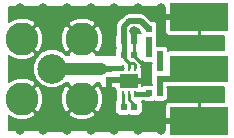
<source format=gtl>
G04 #@! TF.FileFunction,Copper,L1,Top,Signal*
%FSLAX46Y46*%
G04 Gerber Fmt 4.6, Leading zero omitted, Abs format (unit mm)*
G04 Created by KiCad (PCBNEW 4.1.0-alpha+201605071002+6776~44~ubuntu14.04.1-product) date Sun 29 May 2016 22:00:10 BST*
%MOMM*%
%LPD*%
G01*
G04 APERTURE LIST*
%ADD10C,0.100000*%
%ADD11R,0.620000X0.620000*%
%ADD12R,0.280000X0.500000*%
%ADD13R,0.500000X0.500000*%
%ADD14R,1.500000X1.280000*%
%ADD15C,2.500000*%
%ADD16C,2.800000*%
%ADD17R,5.000000X2.300000*%
%ADD18R,5.000000X2.400000*%
%ADD19C,0.800000*%
%ADD20C,0.500000*%
%ADD21C,0.250000*%
%ADD22C,0.400000*%
%ADD23C,0.450000*%
%ADD24C,1.000000*%
%ADD25C,0.200000*%
G04 APERTURE END LIST*
D10*
D11*
X136050000Y-97650000D03*
X136950000Y-97650000D03*
X136050000Y-98850000D03*
X136950000Y-98850000D03*
X138200000Y-102050000D03*
X139100000Y-102050000D03*
D12*
X137040000Y-99960000D03*
X136500000Y-99960000D03*
X135960000Y-99960000D03*
X135960000Y-102140000D03*
X136500000Y-102140000D03*
X137040000Y-102140000D03*
D13*
X136850000Y-100700000D03*
X136150000Y-100700000D03*
X136850000Y-101400000D03*
X136150000Y-101400000D03*
D14*
X136500000Y-101050000D03*
D11*
X134800000Y-100050000D03*
X134800000Y-100950000D03*
X136050000Y-103250000D03*
X136950000Y-103250000D03*
X138200000Y-96650000D03*
X138200000Y-97550000D03*
X138200000Y-98750000D03*
X139100000Y-98750000D03*
X139100000Y-99950000D03*
X139100000Y-100850000D03*
D15*
X130000000Y-100000000D03*
D16*
X132540000Y-102540000D03*
X132540000Y-97460000D03*
X127460000Y-102540000D03*
X127460000Y-97460000D03*
D17*
X142450000Y-100000000D03*
D18*
X142450000Y-95625000D03*
X142450000Y-104375000D03*
D19*
X127250000Y-94850000D03*
X129250000Y-94850000D03*
X131250000Y-94850000D03*
X133250000Y-94850000D03*
X135250000Y-94850000D03*
X137250000Y-94850000D03*
X127250000Y-105150000D03*
X129250000Y-105150000D03*
X131250000Y-105150000D03*
X133250000Y-105150000D03*
X135250000Y-105150000D03*
X137250000Y-105150000D03*
X137900000Y-99863590D03*
X136950000Y-96800000D03*
X137900000Y-101050000D03*
X134800000Y-101950000D03*
X139250000Y-105150000D03*
X139250000Y-103550000D03*
X139250000Y-104350000D03*
X139250000Y-96450000D03*
X139250000Y-94850000D03*
X139250000Y-95650000D03*
D20*
X138200000Y-96650000D02*
X137499999Y-95949999D01*
X137499999Y-95949999D02*
X136541999Y-95949999D01*
X136541999Y-95949999D02*
X136050000Y-96441998D01*
X136050000Y-96441998D02*
X136050000Y-96840000D01*
X136050000Y-96840000D02*
X136050000Y-97650000D01*
D21*
X137040000Y-99960000D02*
X137040000Y-99640000D01*
X137040000Y-99640000D02*
X136924998Y-99524998D01*
X136924998Y-99524998D02*
X136500000Y-99524998D01*
X136500000Y-99960000D02*
X136500000Y-99524998D01*
X136500000Y-99524998D02*
X136050000Y-99074998D01*
X136050000Y-99074998D02*
X136050000Y-98850000D01*
D22*
X136050000Y-97650000D02*
X136050000Y-98850000D01*
D21*
X131250000Y-94850000D02*
X129250000Y-94850000D01*
X135250000Y-94850000D02*
X133250000Y-94850000D01*
X139250000Y-94850000D02*
X137250000Y-94850000D01*
X139250000Y-94850000D02*
X139250000Y-95650000D01*
X131250000Y-105150000D02*
X129250000Y-105150000D01*
X135250000Y-105150000D02*
X133250000Y-105150000D01*
X139250000Y-105150000D02*
X137250000Y-105150000D01*
X137900000Y-101050000D02*
X137900000Y-99863590D01*
X136950000Y-98850000D02*
X136950000Y-98913590D01*
X136950000Y-98913590D02*
X137900000Y-99863590D01*
D20*
X136950000Y-97650000D02*
X136950000Y-96800000D01*
X136500000Y-101050000D02*
X137900000Y-101050000D01*
X134800000Y-100950000D02*
X136400000Y-100950000D01*
X136400000Y-100950000D02*
X136500000Y-101050000D01*
X134800000Y-100950000D02*
X134800000Y-101950000D01*
X139250000Y-104350000D02*
X139250000Y-103550000D01*
X142450000Y-104375000D02*
X139275000Y-104375000D01*
X139275000Y-104375000D02*
X139250000Y-104350000D01*
X142450000Y-95625000D02*
X139275000Y-95625000D01*
X139275000Y-95625000D02*
X139250000Y-95600000D01*
D21*
X137040000Y-102140000D02*
X137140000Y-102140000D01*
D22*
X137140000Y-102140000D02*
X138110000Y-102140000D01*
X138110000Y-102140000D02*
X138200000Y-102050000D01*
D20*
X139100000Y-100850000D02*
X139100000Y-102050000D01*
X139100000Y-100850000D02*
X141600000Y-100850000D01*
X141600000Y-100850000D02*
X142450000Y-100000000D01*
D21*
X134150000Y-100000000D02*
X134200000Y-100050000D01*
X134200000Y-100050000D02*
X134800000Y-100050000D01*
D23*
X135810000Y-99960000D02*
X134790000Y-99960000D01*
D21*
X135960000Y-99960000D02*
X135810000Y-99960000D01*
D24*
X130000000Y-100000000D02*
X134150000Y-100000000D01*
D22*
X134890000Y-99960000D02*
X134800000Y-100050000D01*
D20*
X134750000Y-100000000D02*
X134800000Y-100050000D01*
D21*
X135960000Y-102140000D02*
X135960000Y-103160000D01*
X135960000Y-103160000D02*
X136050000Y-103250000D01*
X136950000Y-103250000D02*
X136950000Y-103025002D01*
X136950000Y-103025002D02*
X136500000Y-102575002D01*
X136500000Y-102575002D02*
X136500000Y-102140000D01*
D20*
X138200000Y-97550000D02*
X138200000Y-98750000D01*
X139100000Y-98750000D02*
X139100000Y-99950000D01*
D25*
G36*
X139550000Y-95475000D02*
X139650000Y-95575000D01*
X142400000Y-95575000D01*
X142400000Y-95555000D01*
X142500000Y-95555000D01*
X142500000Y-95575000D01*
X142520000Y-95575000D01*
X142520000Y-95675000D01*
X142500000Y-95675000D01*
X142500000Y-97125000D01*
X142600000Y-97225000D01*
X144545000Y-97225000D01*
X144545000Y-98442164D01*
X139950000Y-98442164D01*
X139817836Y-98468453D01*
X139817836Y-98440000D01*
X139786791Y-98283928D01*
X139698384Y-98151616D01*
X139566072Y-98063209D01*
X139410000Y-98032164D01*
X138876039Y-98032164D01*
X138886791Y-98016072D01*
X138917836Y-97860000D01*
X138917836Y-97240000D01*
X138889988Y-97100000D01*
X138917836Y-96960000D01*
X138917836Y-96340000D01*
X138886791Y-96183928D01*
X138798384Y-96051616D01*
X138666072Y-95963209D01*
X138510000Y-95932164D01*
X138401402Y-95932164D01*
X138244238Y-95775000D01*
X139550000Y-95775000D01*
X139550000Y-96904565D01*
X139610896Y-97051582D01*
X139723418Y-97164104D01*
X139870435Y-97225000D01*
X142300000Y-97225000D01*
X142400000Y-97125000D01*
X142400000Y-95675000D01*
X139650000Y-95675000D01*
X139550000Y-95775000D01*
X138244238Y-95775000D01*
X137959618Y-95490380D01*
X137748744Y-95349477D01*
X137707475Y-95341268D01*
X137499999Y-95299999D01*
X136541999Y-95299999D01*
X136293255Y-95349477D01*
X136082380Y-95490379D01*
X135590381Y-95982379D01*
X135449478Y-96193253D01*
X135448386Y-96198743D01*
X135400000Y-96441998D01*
X135400000Y-97128866D01*
X135363209Y-97183928D01*
X135332164Y-97340000D01*
X135332164Y-97960000D01*
X135363209Y-98116072D01*
X135450000Y-98245965D01*
X135450000Y-98254035D01*
X135363209Y-98383928D01*
X135332164Y-98540000D01*
X135332164Y-98800000D01*
X133683580Y-98800000D01*
X133731152Y-98721862D01*
X132540000Y-97530711D01*
X131348848Y-98721862D01*
X131396420Y-98800000D01*
X131133511Y-98800000D01*
X130935870Y-98602014D01*
X130329645Y-98350287D01*
X129673235Y-98349715D01*
X129066571Y-98600383D01*
X128602014Y-99064130D01*
X128350287Y-99670355D01*
X128349715Y-100326765D01*
X128600383Y-100933429D01*
X129064130Y-101397986D01*
X129670355Y-101649713D01*
X130326765Y-101650285D01*
X130933429Y-101399617D01*
X131133395Y-101200000D01*
X131396420Y-101200000D01*
X131348848Y-101278138D01*
X132540000Y-102469289D01*
X133731152Y-101278138D01*
X133683580Y-101200000D01*
X134090000Y-101200000D01*
X134090000Y-101339565D01*
X134150896Y-101486582D01*
X134263418Y-101599104D01*
X134410435Y-101660000D01*
X134650000Y-101660000D01*
X134750000Y-101560000D01*
X134750000Y-101000000D01*
X134730000Y-101000000D01*
X134730000Y-100900000D01*
X134750000Y-100900000D01*
X134750000Y-100880000D01*
X134850000Y-100880000D01*
X134850000Y-100900000D01*
X134870000Y-100900000D01*
X134870000Y-101000000D01*
X134850000Y-101000000D01*
X134850000Y-101560000D01*
X134950000Y-101660000D01*
X135189565Y-101660000D01*
X135336582Y-101599104D01*
X135350000Y-101585686D01*
X135350000Y-101769565D01*
X135410896Y-101916582D01*
X135412164Y-101917850D01*
X135412164Y-102390000D01*
X135435000Y-102504803D01*
X135435000Y-102676484D01*
X135363209Y-102783928D01*
X135332164Y-102940000D01*
X135332164Y-103560000D01*
X135363209Y-103716072D01*
X135451616Y-103848384D01*
X135583928Y-103936791D01*
X135740000Y-103967836D01*
X136360000Y-103967836D01*
X136500000Y-103939988D01*
X136640000Y-103967836D01*
X137260000Y-103967836D01*
X137416072Y-103936791D01*
X137548384Y-103848384D01*
X137636791Y-103716072D01*
X137667836Y-103560000D01*
X137667836Y-103095435D01*
X139550000Y-103095435D01*
X139550000Y-104225000D01*
X139650000Y-104325000D01*
X142400000Y-104325000D01*
X142400000Y-102875000D01*
X142300000Y-102775000D01*
X139870435Y-102775000D01*
X139723418Y-102835896D01*
X139610896Y-102948418D01*
X139550000Y-103095435D01*
X137667836Y-103095435D01*
X137667836Y-102940000D01*
X137636791Y-102783928D01*
X137607440Y-102740000D01*
X137750061Y-102740000D01*
X137890000Y-102767836D01*
X138510000Y-102767836D01*
X138650000Y-102739988D01*
X138790000Y-102767836D01*
X139410000Y-102767836D01*
X139566072Y-102736791D01*
X139698384Y-102648384D01*
X139786791Y-102516072D01*
X139817836Y-102360000D01*
X139817836Y-101740000D01*
X139786791Y-101583928D01*
X139750000Y-101528866D01*
X139750000Y-101500000D01*
X139753832Y-101500000D01*
X139793928Y-101526791D01*
X139950000Y-101557836D01*
X144545000Y-101557836D01*
X144545000Y-102775000D01*
X142600000Y-102775000D01*
X142500000Y-102875000D01*
X142500000Y-104325000D01*
X142520000Y-104325000D01*
X142520000Y-104425000D01*
X142500000Y-104425000D01*
X142500000Y-104445000D01*
X142400000Y-104445000D01*
X142400000Y-104425000D01*
X139650000Y-104425000D01*
X139550000Y-104525000D01*
X139550000Y-105195000D01*
X126355000Y-105195000D01*
X126355000Y-103943369D01*
X126422109Y-104053598D01*
X127080343Y-104335566D01*
X127796376Y-104344175D01*
X128461199Y-104078115D01*
X128497891Y-104053598D01*
X128651152Y-103801862D01*
X131348848Y-103801862D01*
X131502109Y-104053598D01*
X132160343Y-104335566D01*
X132876376Y-104344175D01*
X133541199Y-104078115D01*
X133577891Y-104053598D01*
X133731152Y-103801862D01*
X132540000Y-102610711D01*
X131348848Y-103801862D01*
X128651152Y-103801862D01*
X127460000Y-102610711D01*
X127445858Y-102624853D01*
X127375147Y-102554142D01*
X127389289Y-102540000D01*
X127530711Y-102540000D01*
X128721862Y-103731152D01*
X128973598Y-103577891D01*
X129255566Y-102919657D01*
X129256086Y-102876376D01*
X130735825Y-102876376D01*
X131001885Y-103541199D01*
X131026402Y-103577891D01*
X131278138Y-103731152D01*
X132469289Y-102540000D01*
X132610711Y-102540000D01*
X133801862Y-103731152D01*
X134053598Y-103577891D01*
X134335566Y-102919657D01*
X134344175Y-102203624D01*
X134078115Y-101538801D01*
X134053598Y-101502109D01*
X133801862Y-101348848D01*
X132610711Y-102540000D01*
X132469289Y-102540000D01*
X131278138Y-101348848D01*
X131026402Y-101502109D01*
X130744434Y-102160343D01*
X130735825Y-102876376D01*
X129256086Y-102876376D01*
X129264175Y-102203624D01*
X128998115Y-101538801D01*
X128973598Y-101502109D01*
X128721862Y-101348848D01*
X127530711Y-102540000D01*
X127389289Y-102540000D01*
X127375147Y-102525858D01*
X127445858Y-102455147D01*
X127460000Y-102469289D01*
X128651152Y-101278138D01*
X128497891Y-101026402D01*
X127839657Y-100744434D01*
X127123624Y-100735825D01*
X126458801Y-101001885D01*
X126422109Y-101026402D01*
X126355000Y-101136631D01*
X126355000Y-98863369D01*
X126422109Y-98973598D01*
X127080343Y-99255566D01*
X127796376Y-99264175D01*
X128461199Y-98998115D01*
X128497891Y-98973598D01*
X128651152Y-98721862D01*
X127460000Y-97530711D01*
X127445858Y-97544853D01*
X127375147Y-97474142D01*
X127389289Y-97460000D01*
X127530711Y-97460000D01*
X128721862Y-98651152D01*
X128973598Y-98497891D01*
X129255566Y-97839657D01*
X129256086Y-97796376D01*
X130735825Y-97796376D01*
X131001885Y-98461199D01*
X131026402Y-98497891D01*
X131278138Y-98651152D01*
X132469289Y-97460000D01*
X132610711Y-97460000D01*
X133801862Y-98651152D01*
X134053598Y-98497891D01*
X134335566Y-97839657D01*
X134344175Y-97123624D01*
X134078115Y-96458801D01*
X134053598Y-96422109D01*
X133801862Y-96268848D01*
X132610711Y-97460000D01*
X132469289Y-97460000D01*
X131278138Y-96268848D01*
X131026402Y-96422109D01*
X130744434Y-97080343D01*
X130735825Y-97796376D01*
X129256086Y-97796376D01*
X129264175Y-97123624D01*
X128998115Y-96458801D01*
X128973598Y-96422109D01*
X128721862Y-96268848D01*
X127530711Y-97460000D01*
X127389289Y-97460000D01*
X127375147Y-97445858D01*
X127445858Y-97375147D01*
X127460000Y-97389289D01*
X128651152Y-96198138D01*
X131348848Y-96198138D01*
X132540000Y-97389289D01*
X133731152Y-96198138D01*
X133577891Y-95946402D01*
X132919657Y-95664434D01*
X132203624Y-95655825D01*
X131538801Y-95921885D01*
X131502109Y-95946402D01*
X131348848Y-96198138D01*
X128651152Y-96198138D01*
X128497891Y-95946402D01*
X127839657Y-95664434D01*
X127123624Y-95655825D01*
X126458801Y-95921885D01*
X126422109Y-95946402D01*
X126355000Y-96056631D01*
X126355000Y-94805000D01*
X139550000Y-94805000D01*
X139550000Y-95475000D01*
X139550000Y-95475000D01*
G37*
X139550000Y-95475000D02*
X139650000Y-95575000D01*
X142400000Y-95575000D01*
X142400000Y-95555000D01*
X142500000Y-95555000D01*
X142500000Y-95575000D01*
X142520000Y-95575000D01*
X142520000Y-95675000D01*
X142500000Y-95675000D01*
X142500000Y-97125000D01*
X142600000Y-97225000D01*
X144545000Y-97225000D01*
X144545000Y-98442164D01*
X139950000Y-98442164D01*
X139817836Y-98468453D01*
X139817836Y-98440000D01*
X139786791Y-98283928D01*
X139698384Y-98151616D01*
X139566072Y-98063209D01*
X139410000Y-98032164D01*
X138876039Y-98032164D01*
X138886791Y-98016072D01*
X138917836Y-97860000D01*
X138917836Y-97240000D01*
X138889988Y-97100000D01*
X138917836Y-96960000D01*
X138917836Y-96340000D01*
X138886791Y-96183928D01*
X138798384Y-96051616D01*
X138666072Y-95963209D01*
X138510000Y-95932164D01*
X138401402Y-95932164D01*
X138244238Y-95775000D01*
X139550000Y-95775000D01*
X139550000Y-96904565D01*
X139610896Y-97051582D01*
X139723418Y-97164104D01*
X139870435Y-97225000D01*
X142300000Y-97225000D01*
X142400000Y-97125000D01*
X142400000Y-95675000D01*
X139650000Y-95675000D01*
X139550000Y-95775000D01*
X138244238Y-95775000D01*
X137959618Y-95490380D01*
X137748744Y-95349477D01*
X137707475Y-95341268D01*
X137499999Y-95299999D01*
X136541999Y-95299999D01*
X136293255Y-95349477D01*
X136082380Y-95490379D01*
X135590381Y-95982379D01*
X135449478Y-96193253D01*
X135448386Y-96198743D01*
X135400000Y-96441998D01*
X135400000Y-97128866D01*
X135363209Y-97183928D01*
X135332164Y-97340000D01*
X135332164Y-97960000D01*
X135363209Y-98116072D01*
X135450000Y-98245965D01*
X135450000Y-98254035D01*
X135363209Y-98383928D01*
X135332164Y-98540000D01*
X135332164Y-98800000D01*
X133683580Y-98800000D01*
X133731152Y-98721862D01*
X132540000Y-97530711D01*
X131348848Y-98721862D01*
X131396420Y-98800000D01*
X131133511Y-98800000D01*
X130935870Y-98602014D01*
X130329645Y-98350287D01*
X129673235Y-98349715D01*
X129066571Y-98600383D01*
X128602014Y-99064130D01*
X128350287Y-99670355D01*
X128349715Y-100326765D01*
X128600383Y-100933429D01*
X129064130Y-101397986D01*
X129670355Y-101649713D01*
X130326765Y-101650285D01*
X130933429Y-101399617D01*
X131133395Y-101200000D01*
X131396420Y-101200000D01*
X131348848Y-101278138D01*
X132540000Y-102469289D01*
X133731152Y-101278138D01*
X133683580Y-101200000D01*
X134090000Y-101200000D01*
X134090000Y-101339565D01*
X134150896Y-101486582D01*
X134263418Y-101599104D01*
X134410435Y-101660000D01*
X134650000Y-101660000D01*
X134750000Y-101560000D01*
X134750000Y-101000000D01*
X134730000Y-101000000D01*
X134730000Y-100900000D01*
X134750000Y-100900000D01*
X134750000Y-100880000D01*
X134850000Y-100880000D01*
X134850000Y-100900000D01*
X134870000Y-100900000D01*
X134870000Y-101000000D01*
X134850000Y-101000000D01*
X134850000Y-101560000D01*
X134950000Y-101660000D01*
X135189565Y-101660000D01*
X135336582Y-101599104D01*
X135350000Y-101585686D01*
X135350000Y-101769565D01*
X135410896Y-101916582D01*
X135412164Y-101917850D01*
X135412164Y-102390000D01*
X135435000Y-102504803D01*
X135435000Y-102676484D01*
X135363209Y-102783928D01*
X135332164Y-102940000D01*
X135332164Y-103560000D01*
X135363209Y-103716072D01*
X135451616Y-103848384D01*
X135583928Y-103936791D01*
X135740000Y-103967836D01*
X136360000Y-103967836D01*
X136500000Y-103939988D01*
X136640000Y-103967836D01*
X137260000Y-103967836D01*
X137416072Y-103936791D01*
X137548384Y-103848384D01*
X137636791Y-103716072D01*
X137667836Y-103560000D01*
X137667836Y-103095435D01*
X139550000Y-103095435D01*
X139550000Y-104225000D01*
X139650000Y-104325000D01*
X142400000Y-104325000D01*
X142400000Y-102875000D01*
X142300000Y-102775000D01*
X139870435Y-102775000D01*
X139723418Y-102835896D01*
X139610896Y-102948418D01*
X139550000Y-103095435D01*
X137667836Y-103095435D01*
X137667836Y-102940000D01*
X137636791Y-102783928D01*
X137607440Y-102740000D01*
X137750061Y-102740000D01*
X137890000Y-102767836D01*
X138510000Y-102767836D01*
X138650000Y-102739988D01*
X138790000Y-102767836D01*
X139410000Y-102767836D01*
X139566072Y-102736791D01*
X139698384Y-102648384D01*
X139786791Y-102516072D01*
X139817836Y-102360000D01*
X139817836Y-101740000D01*
X139786791Y-101583928D01*
X139750000Y-101528866D01*
X139750000Y-101500000D01*
X139753832Y-101500000D01*
X139793928Y-101526791D01*
X139950000Y-101557836D01*
X144545000Y-101557836D01*
X144545000Y-102775000D01*
X142600000Y-102775000D01*
X142500000Y-102875000D01*
X142500000Y-104325000D01*
X142520000Y-104325000D01*
X142520000Y-104425000D01*
X142500000Y-104425000D01*
X142500000Y-104445000D01*
X142400000Y-104445000D01*
X142400000Y-104425000D01*
X139650000Y-104425000D01*
X139550000Y-104525000D01*
X139550000Y-105195000D01*
X126355000Y-105195000D01*
X126355000Y-103943369D01*
X126422109Y-104053598D01*
X127080343Y-104335566D01*
X127796376Y-104344175D01*
X128461199Y-104078115D01*
X128497891Y-104053598D01*
X128651152Y-103801862D01*
X131348848Y-103801862D01*
X131502109Y-104053598D01*
X132160343Y-104335566D01*
X132876376Y-104344175D01*
X133541199Y-104078115D01*
X133577891Y-104053598D01*
X133731152Y-103801862D01*
X132540000Y-102610711D01*
X131348848Y-103801862D01*
X128651152Y-103801862D01*
X127460000Y-102610711D01*
X127445858Y-102624853D01*
X127375147Y-102554142D01*
X127389289Y-102540000D01*
X127530711Y-102540000D01*
X128721862Y-103731152D01*
X128973598Y-103577891D01*
X129255566Y-102919657D01*
X129256086Y-102876376D01*
X130735825Y-102876376D01*
X131001885Y-103541199D01*
X131026402Y-103577891D01*
X131278138Y-103731152D01*
X132469289Y-102540000D01*
X132610711Y-102540000D01*
X133801862Y-103731152D01*
X134053598Y-103577891D01*
X134335566Y-102919657D01*
X134344175Y-102203624D01*
X134078115Y-101538801D01*
X134053598Y-101502109D01*
X133801862Y-101348848D01*
X132610711Y-102540000D01*
X132469289Y-102540000D01*
X131278138Y-101348848D01*
X131026402Y-101502109D01*
X130744434Y-102160343D01*
X130735825Y-102876376D01*
X129256086Y-102876376D01*
X129264175Y-102203624D01*
X128998115Y-101538801D01*
X128973598Y-101502109D01*
X128721862Y-101348848D01*
X127530711Y-102540000D01*
X127389289Y-102540000D01*
X127375147Y-102525858D01*
X127445858Y-102455147D01*
X127460000Y-102469289D01*
X128651152Y-101278138D01*
X128497891Y-101026402D01*
X127839657Y-100744434D01*
X127123624Y-100735825D01*
X126458801Y-101001885D01*
X126422109Y-101026402D01*
X126355000Y-101136631D01*
X126355000Y-98863369D01*
X126422109Y-98973598D01*
X127080343Y-99255566D01*
X127796376Y-99264175D01*
X128461199Y-98998115D01*
X128497891Y-98973598D01*
X128651152Y-98721862D01*
X127460000Y-97530711D01*
X127445858Y-97544853D01*
X127375147Y-97474142D01*
X127389289Y-97460000D01*
X127530711Y-97460000D01*
X128721862Y-98651152D01*
X128973598Y-98497891D01*
X129255566Y-97839657D01*
X129256086Y-97796376D01*
X130735825Y-97796376D01*
X131001885Y-98461199D01*
X131026402Y-98497891D01*
X131278138Y-98651152D01*
X132469289Y-97460000D01*
X132610711Y-97460000D01*
X133801862Y-98651152D01*
X134053598Y-98497891D01*
X134335566Y-97839657D01*
X134344175Y-97123624D01*
X134078115Y-96458801D01*
X134053598Y-96422109D01*
X133801862Y-96268848D01*
X132610711Y-97460000D01*
X132469289Y-97460000D01*
X131278138Y-96268848D01*
X131026402Y-96422109D01*
X130744434Y-97080343D01*
X130735825Y-97796376D01*
X129256086Y-97796376D01*
X129264175Y-97123624D01*
X128998115Y-96458801D01*
X128973598Y-96422109D01*
X128721862Y-96268848D01*
X127530711Y-97460000D01*
X127389289Y-97460000D01*
X127375147Y-97445858D01*
X127445858Y-97375147D01*
X127460000Y-97389289D01*
X128651152Y-96198138D01*
X131348848Y-96198138D01*
X132540000Y-97389289D01*
X133731152Y-96198138D01*
X133577891Y-95946402D01*
X132919657Y-95664434D01*
X132203624Y-95655825D01*
X131538801Y-95921885D01*
X131502109Y-95946402D01*
X131348848Y-96198138D01*
X128651152Y-96198138D01*
X128497891Y-95946402D01*
X127839657Y-95664434D01*
X127123624Y-95655825D01*
X126458801Y-95921885D01*
X126422109Y-95946402D01*
X126355000Y-96056631D01*
X126355000Y-94805000D01*
X139550000Y-94805000D01*
X139550000Y-95475000D01*
G36*
X137733928Y-99436791D02*
X137890000Y-99467836D01*
X138423961Y-99467836D01*
X138413209Y-99483928D01*
X138382164Y-99640000D01*
X138382164Y-100260000D01*
X138410012Y-100400000D01*
X138382164Y-100540000D01*
X138382164Y-101160000D01*
X138413209Y-101316072D01*
X138423961Y-101332164D01*
X137890000Y-101332164D01*
X137733928Y-101363209D01*
X137650000Y-101419287D01*
X137650000Y-101200000D01*
X137550000Y-101100000D01*
X137500000Y-101100000D01*
X137500000Y-101070435D01*
X137491536Y-101050000D01*
X137500000Y-101029565D01*
X137500000Y-101000000D01*
X137550000Y-101000000D01*
X137650000Y-100900000D01*
X137650000Y-100330435D01*
X137589104Y-100183418D01*
X137587836Y-100182150D01*
X137587836Y-99710000D01*
X137556791Y-99553928D01*
X137544102Y-99534937D01*
X137528614Y-99457072D01*
X137599104Y-99386582D01*
X137612041Y-99355350D01*
X137733928Y-99436791D01*
X137733928Y-99436791D01*
G37*
X137733928Y-99436791D02*
X137890000Y-99467836D01*
X138423961Y-99467836D01*
X138413209Y-99483928D01*
X138382164Y-99640000D01*
X138382164Y-100260000D01*
X138410012Y-100400000D01*
X138382164Y-100540000D01*
X138382164Y-101160000D01*
X138413209Y-101316072D01*
X138423961Y-101332164D01*
X137890000Y-101332164D01*
X137733928Y-101363209D01*
X137650000Y-101419287D01*
X137650000Y-101200000D01*
X137550000Y-101100000D01*
X137500000Y-101100000D01*
X137500000Y-101070435D01*
X137491536Y-101050000D01*
X137500000Y-101029565D01*
X137500000Y-101000000D01*
X137550000Y-101000000D01*
X137650000Y-100900000D01*
X137650000Y-100330435D01*
X137589104Y-100183418D01*
X137587836Y-100182150D01*
X137587836Y-99710000D01*
X137556791Y-99553928D01*
X137544102Y-99534937D01*
X137528614Y-99457072D01*
X137599104Y-99386582D01*
X137612041Y-99355350D01*
X137733928Y-99436791D01*
G36*
X137482164Y-96851402D02*
X137482164Y-96960000D01*
X137491222Y-97005536D01*
X137486582Y-97000896D01*
X137339565Y-96940000D01*
X137100000Y-96940000D01*
X137000000Y-97040000D01*
X137000000Y-97600000D01*
X137020000Y-97600000D01*
X137020000Y-97700000D01*
X137000000Y-97700000D01*
X137000000Y-98800000D01*
X137020000Y-98800000D01*
X137020000Y-98900000D01*
X137000000Y-98900000D01*
X137000000Y-98920000D01*
X136900000Y-98920000D01*
X136900000Y-98900000D01*
X136880000Y-98900000D01*
X136880000Y-98800000D01*
X136900000Y-98800000D01*
X136900000Y-97700000D01*
X136880000Y-97700000D01*
X136880000Y-97600000D01*
X136900000Y-97600000D01*
X136900000Y-97040000D01*
X136800000Y-96940000D01*
X136700000Y-96940000D01*
X136700000Y-96711236D01*
X136811238Y-96599999D01*
X137230761Y-96599999D01*
X137482164Y-96851402D01*
X137482164Y-96851402D01*
G37*
X137482164Y-96851402D02*
X137482164Y-96960000D01*
X137491222Y-97005536D01*
X137486582Y-97000896D01*
X137339565Y-96940000D01*
X137100000Y-96940000D01*
X137000000Y-97040000D01*
X137000000Y-97600000D01*
X137020000Y-97600000D01*
X137020000Y-97700000D01*
X137000000Y-97700000D01*
X137000000Y-98800000D01*
X137020000Y-98800000D01*
X137020000Y-98900000D01*
X137000000Y-98900000D01*
X137000000Y-98920000D01*
X136900000Y-98920000D01*
X136900000Y-98900000D01*
X136880000Y-98900000D01*
X136880000Y-98800000D01*
X136900000Y-98800000D01*
X136900000Y-97700000D01*
X136880000Y-97700000D01*
X136880000Y-97600000D01*
X136900000Y-97600000D01*
X136900000Y-97040000D01*
X136800000Y-96940000D01*
X136700000Y-96940000D01*
X136700000Y-96711236D01*
X136811238Y-96599999D01*
X137230761Y-96599999D01*
X137482164Y-96851402D01*
M02*

</source>
